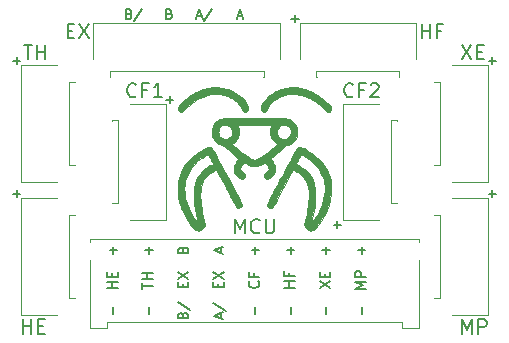
<source format=gbr>
%TF.GenerationSoftware,KiCad,Pcbnew,(5.1.10)-1*%
%TF.CreationDate,2021-09-03T22:45:51+03:00*%
%TF.ProjectId,toolhead_pcb,746f6f6c-6865-4616-945f-7063622e6b69,rev?*%
%TF.SameCoordinates,Original*%
%TF.FileFunction,Legend,Top*%
%TF.FilePolarity,Positive*%
%FSLAX46Y46*%
G04 Gerber Fmt 4.6, Leading zero omitted, Abs format (unit mm)*
G04 Created by KiCad (PCBNEW (5.1.10)-1) date 2021-09-03 22:45:51*
%MOMM*%
%LPD*%
G01*
G04 APERTURE LIST*
%ADD10C,0.153000*%
%ADD11C,0.180000*%
%ADD12C,0.200000*%
%ADD13C,0.010000*%
%ADD14C,0.120000*%
G04 APERTURE END LIST*
D10*
X112557142Y-113804761D02*
X112557142Y-113195238D01*
X112861904Y-113500000D02*
X112252380Y-113500000D01*
X115557142Y-113804761D02*
X115557142Y-113195238D01*
X115861904Y-113500000D02*
X115252380Y-113500000D01*
X124557142Y-113804761D02*
X124557142Y-113195238D01*
X124861904Y-113500000D02*
X124252380Y-113500000D01*
X127557142Y-113804761D02*
X127557142Y-113195238D01*
X127861904Y-113500000D02*
X127252380Y-113500000D01*
X130557142Y-113804761D02*
X130557142Y-113195238D01*
X130861904Y-113500000D02*
X130252380Y-113500000D01*
X133557142Y-118904761D02*
X133557142Y-118295238D01*
X130557142Y-118904761D02*
X130557142Y-118295238D01*
X127557142Y-118904761D02*
X127557142Y-118295238D01*
X124557142Y-118904761D02*
X124557142Y-118295238D01*
X115557142Y-118904761D02*
X115557142Y-118295238D01*
X123059523Y-93633333D02*
X123440476Y-93633333D01*
X122983333Y-93861904D02*
X123250000Y-93061904D01*
X123516666Y-93861904D01*
X117307142Y-93442857D02*
X117421428Y-93480952D01*
X117459523Y-93519047D01*
X117497619Y-93595238D01*
X117497619Y-93709523D01*
X117459523Y-93785714D01*
X117421428Y-93823809D01*
X117345238Y-93861904D01*
X117040476Y-93861904D01*
X117040476Y-93061904D01*
X117307142Y-93061904D01*
X117383333Y-93100000D01*
X117421428Y-93138095D01*
X117459523Y-93214285D01*
X117459523Y-93290476D01*
X117421428Y-93366666D01*
X117383333Y-93404761D01*
X117307142Y-93442857D01*
X117040476Y-93442857D01*
X119640476Y-93633333D02*
X120021428Y-93633333D01*
X119564285Y-93861904D02*
X119830952Y-93061904D01*
X120097619Y-93861904D01*
X120935714Y-93023809D02*
X120250000Y-94052380D01*
X113888095Y-93442857D02*
X114002380Y-93480952D01*
X114040476Y-93519047D01*
X114078571Y-93595238D01*
X114078571Y-93709523D01*
X114040476Y-93785714D01*
X114002380Y-93823809D01*
X113926190Y-93861904D01*
X113621428Y-93861904D01*
X113621428Y-93061904D01*
X113888095Y-93061904D01*
X113964285Y-93100000D01*
X114002380Y-93138095D01*
X114040476Y-93214285D01*
X114040476Y-93290476D01*
X114002380Y-93366666D01*
X113964285Y-93404761D01*
X113888095Y-93442857D01*
X113621428Y-93442857D01*
X114992857Y-93023809D02*
X114307142Y-94052380D01*
X117307142Y-101054761D02*
X117307142Y-100445238D01*
X117611904Y-100750000D02*
X117002380Y-100750000D01*
X131195238Y-111307142D02*
X131804761Y-111307142D01*
X131500000Y-111611904D02*
X131500000Y-111002380D01*
X144632142Y-109004761D02*
X144632142Y-108395238D01*
X144936904Y-108700000D02*
X144327380Y-108700000D01*
X144632142Y-97754761D02*
X144632142Y-97145238D01*
X144936904Y-97450000D02*
X144327380Y-97450000D01*
X127932142Y-94179761D02*
X127932142Y-93570238D01*
X128236904Y-93875000D02*
X127627380Y-93875000D01*
X104357142Y-97754761D02*
X104357142Y-97145238D01*
X104661904Y-97450000D02*
X104052380Y-97450000D01*
X104357142Y-109004761D02*
X104357142Y-108395238D01*
X104661904Y-108700000D02*
X104052380Y-108700000D01*
X118442857Y-113442857D02*
X118480952Y-113328571D01*
X118519047Y-113290476D01*
X118595238Y-113252380D01*
X118709523Y-113252380D01*
X118785714Y-113290476D01*
X118823809Y-113328571D01*
X118861904Y-113404761D01*
X118861904Y-113709523D01*
X118061904Y-113709523D01*
X118061904Y-113442857D01*
X118100000Y-113366666D01*
X118138095Y-113328571D01*
X118214285Y-113290476D01*
X118290476Y-113290476D01*
X118366666Y-113328571D01*
X118404761Y-113366666D01*
X118442857Y-113442857D01*
X118442857Y-113709523D01*
X133557142Y-113804761D02*
X133557142Y-113195238D01*
X133861904Y-113500000D02*
X133252380Y-113500000D01*
X121633333Y-113690476D02*
X121633333Y-113309523D01*
X121861904Y-113766666D02*
X121061904Y-113500000D01*
X121861904Y-113233333D01*
X121633333Y-119209523D02*
X121633333Y-118828571D01*
X121861904Y-119285714D02*
X121061904Y-119019047D01*
X121861904Y-118752380D01*
X121023809Y-117914285D02*
X122052380Y-118600000D01*
X118442857Y-118961904D02*
X118480952Y-118847619D01*
X118519047Y-118809523D01*
X118595238Y-118771428D01*
X118709523Y-118771428D01*
X118785714Y-118809523D01*
X118823809Y-118847619D01*
X118861904Y-118923809D01*
X118861904Y-119228571D01*
X118061904Y-119228571D01*
X118061904Y-118961904D01*
X118100000Y-118885714D01*
X118138095Y-118847619D01*
X118214285Y-118809523D01*
X118290476Y-118809523D01*
X118366666Y-118847619D01*
X118404761Y-118885714D01*
X118442857Y-118961904D01*
X118442857Y-119228571D01*
X118023809Y-117857142D02*
X119052380Y-118542857D01*
X112557142Y-118904761D02*
X112557142Y-118295238D01*
D11*
X112907142Y-116664285D02*
X112007142Y-116664285D01*
X112435714Y-116664285D02*
X112435714Y-116150000D01*
X112907142Y-116150000D02*
X112007142Y-116150000D01*
X112435714Y-115721428D02*
X112435714Y-115421428D01*
X112907142Y-115292857D02*
X112907142Y-115721428D01*
X112007142Y-115721428D01*
X112007142Y-115292857D01*
X133907142Y-116750000D02*
X133007142Y-116750000D01*
X133650000Y-116450000D01*
X133007142Y-116150000D01*
X133907142Y-116150000D01*
X133907142Y-115721428D02*
X133007142Y-115721428D01*
X133007142Y-115378571D01*
X133050000Y-115292857D01*
X133092857Y-115250000D01*
X133178571Y-115207142D01*
X133307142Y-115207142D01*
X133392857Y-115250000D01*
X133435714Y-115292857D01*
X133478571Y-115378571D01*
X133478571Y-115721428D01*
X130007142Y-116707142D02*
X130907142Y-116107142D01*
X130007142Y-116107142D02*
X130907142Y-116707142D01*
X130435714Y-115764285D02*
X130435714Y-115464285D01*
X130907142Y-115335714D02*
X130907142Y-115764285D01*
X130007142Y-115764285D01*
X130007142Y-115335714D01*
X127907142Y-116642857D02*
X127007142Y-116642857D01*
X127435714Y-116642857D02*
X127435714Y-116128571D01*
X127907142Y-116128571D02*
X127007142Y-116128571D01*
X127435714Y-115400000D02*
X127435714Y-115700000D01*
X127907142Y-115700000D02*
X127007142Y-115700000D01*
X127007142Y-115271428D01*
X124821428Y-116107142D02*
X124864285Y-116150000D01*
X124907142Y-116278571D01*
X124907142Y-116364285D01*
X124864285Y-116492857D01*
X124778571Y-116578571D01*
X124692857Y-116621428D01*
X124521428Y-116664285D01*
X124392857Y-116664285D01*
X124221428Y-116621428D01*
X124135714Y-116578571D01*
X124050000Y-116492857D01*
X124007142Y-116364285D01*
X124007142Y-116278571D01*
X124050000Y-116150000D01*
X124092857Y-116107142D01*
X124435714Y-115421428D02*
X124435714Y-115721428D01*
X124907142Y-115721428D02*
X124007142Y-115721428D01*
X124007142Y-115292857D01*
X121435714Y-116621428D02*
X121435714Y-116321428D01*
X121907142Y-116192857D02*
X121907142Y-116621428D01*
X121007142Y-116621428D01*
X121007142Y-116192857D01*
X121007142Y-115892857D02*
X121907142Y-115292857D01*
X121007142Y-115292857D02*
X121907142Y-115892857D01*
X118435714Y-116621428D02*
X118435714Y-116321428D01*
X118907142Y-116192857D02*
X118907142Y-116621428D01*
X118007142Y-116621428D01*
X118007142Y-116192857D01*
X118007142Y-115892857D02*
X118907142Y-115292857D01*
X118007142Y-115292857D02*
X118907142Y-115892857D01*
X115007142Y-116728571D02*
X115007142Y-116214285D01*
X115907142Y-116471428D02*
X115007142Y-116471428D01*
X115907142Y-115914285D02*
X115007142Y-115914285D01*
X115435714Y-115914285D02*
X115435714Y-115400000D01*
X115907142Y-115400000D02*
X115007142Y-115400000D01*
D12*
X132851428Y-100428571D02*
X132794285Y-100485714D01*
X132622857Y-100542857D01*
X132508571Y-100542857D01*
X132337142Y-100485714D01*
X132222857Y-100371428D01*
X132165714Y-100257142D01*
X132108571Y-100028571D01*
X132108571Y-99857142D01*
X132165714Y-99628571D01*
X132222857Y-99514285D01*
X132337142Y-99400000D01*
X132508571Y-99342857D01*
X132622857Y-99342857D01*
X132794285Y-99400000D01*
X132851428Y-99457142D01*
X133765714Y-99914285D02*
X133365714Y-99914285D01*
X133365714Y-100542857D02*
X133365714Y-99342857D01*
X133937142Y-99342857D01*
X134337142Y-99457142D02*
X134394285Y-99400000D01*
X134508571Y-99342857D01*
X134794285Y-99342857D01*
X134908571Y-99400000D01*
X134965714Y-99457142D01*
X135022857Y-99571428D01*
X135022857Y-99685714D01*
X134965714Y-99857142D01*
X134280000Y-100542857D01*
X135022857Y-100542857D01*
X114470000Y-100428571D02*
X114412857Y-100485714D01*
X114241428Y-100542857D01*
X114127142Y-100542857D01*
X113955714Y-100485714D01*
X113841428Y-100371428D01*
X113784285Y-100257142D01*
X113727142Y-100028571D01*
X113727142Y-99857142D01*
X113784285Y-99628571D01*
X113841428Y-99514285D01*
X113955714Y-99400000D01*
X114127142Y-99342857D01*
X114241428Y-99342857D01*
X114412857Y-99400000D01*
X114470000Y-99457142D01*
X115384285Y-99914285D02*
X114984285Y-99914285D01*
X114984285Y-100542857D02*
X114984285Y-99342857D01*
X115555714Y-99342857D01*
X116641428Y-100542857D02*
X115955714Y-100542857D01*
X116298571Y-100542857D02*
X116298571Y-99342857D01*
X116184285Y-99514285D01*
X116070000Y-99628571D01*
X115955714Y-99685714D01*
X142084285Y-120542857D02*
X142084285Y-119342857D01*
X142484285Y-120200000D01*
X142884285Y-119342857D01*
X142884285Y-120542857D01*
X143455714Y-120542857D02*
X143455714Y-119342857D01*
X143912857Y-119342857D01*
X144027142Y-119400000D01*
X144084285Y-119457142D01*
X144141428Y-119571428D01*
X144141428Y-119742857D01*
X144084285Y-119857142D01*
X144027142Y-119914285D01*
X143912857Y-119971428D01*
X143455714Y-119971428D01*
X142062857Y-96092857D02*
X142862857Y-97292857D01*
X142862857Y-96092857D02*
X142062857Y-97292857D01*
X143320000Y-96664285D02*
X143720000Y-96664285D01*
X143891428Y-97292857D02*
X143320000Y-97292857D01*
X143320000Y-96092857D01*
X143891428Y-96092857D01*
X138665714Y-95542857D02*
X138665714Y-94342857D01*
X138665714Y-94914285D02*
X139351428Y-94914285D01*
X139351428Y-95542857D02*
X139351428Y-94342857D01*
X140322857Y-94914285D02*
X139922857Y-94914285D01*
X139922857Y-95542857D02*
X139922857Y-94342857D01*
X140494285Y-94342857D01*
X108677142Y-94914285D02*
X109077142Y-94914285D01*
X109248571Y-95542857D02*
X108677142Y-95542857D01*
X108677142Y-94342857D01*
X109248571Y-94342857D01*
X109648571Y-94342857D02*
X110448571Y-95542857D01*
X110448571Y-94342857D02*
X109648571Y-95542857D01*
X104915714Y-120542857D02*
X104915714Y-119342857D01*
X104915714Y-119914285D02*
X105601428Y-119914285D01*
X105601428Y-120542857D02*
X105601428Y-119342857D01*
X106172857Y-119914285D02*
X106572857Y-119914285D01*
X106744285Y-120542857D02*
X106172857Y-120542857D01*
X106172857Y-119342857D01*
X106744285Y-119342857D01*
X104994285Y-96092857D02*
X105680000Y-96092857D01*
X105337142Y-97292857D02*
X105337142Y-96092857D01*
X106080000Y-97292857D02*
X106080000Y-96092857D01*
X106080000Y-96664285D02*
X106765714Y-96664285D01*
X106765714Y-97292857D02*
X106765714Y-96092857D01*
X122871428Y-112042857D02*
X122871428Y-110842857D01*
X123271428Y-111700000D01*
X123671428Y-110842857D01*
X123671428Y-112042857D01*
X124928571Y-111928571D02*
X124871428Y-111985714D01*
X124700000Y-112042857D01*
X124585714Y-112042857D01*
X124414285Y-111985714D01*
X124300000Y-111871428D01*
X124242857Y-111757142D01*
X124185714Y-111528571D01*
X124185714Y-111357142D01*
X124242857Y-111128571D01*
X124300000Y-111014285D01*
X124414285Y-110900000D01*
X124585714Y-110842857D01*
X124700000Y-110842857D01*
X124871428Y-110900000D01*
X124928571Y-110957142D01*
X125442857Y-110842857D02*
X125442857Y-111814285D01*
X125500000Y-111928571D01*
X125557142Y-111985714D01*
X125671428Y-112042857D01*
X125900000Y-112042857D01*
X126014285Y-111985714D01*
X126071428Y-111928571D01*
X126128571Y-111814285D01*
X126128571Y-110842857D01*
D13*
%TO.C,G\u002A\u002A\u002A*%
G36*
X120820838Y-104760460D02*
G01*
X120851775Y-104777098D01*
X120869732Y-104794578D01*
X120896792Y-104831162D01*
X120934222Y-104889140D01*
X120983288Y-104970803D01*
X121045256Y-105078439D01*
X121121393Y-105214337D01*
X121212964Y-105380788D01*
X121321237Y-105580081D01*
X121447476Y-105814504D01*
X121592948Y-106086349D01*
X121758920Y-106397903D01*
X121946657Y-106751457D01*
X122014961Y-106880300D01*
X122229757Y-107285527D01*
X122422069Y-107648244D01*
X122593104Y-107970877D01*
X122744070Y-108255852D01*
X122876173Y-108505595D01*
X122990623Y-108722533D01*
X123088626Y-108909091D01*
X123171391Y-109067696D01*
X123240124Y-109200775D01*
X123296033Y-109310754D01*
X123340326Y-109400058D01*
X123374211Y-109471115D01*
X123398895Y-109526350D01*
X123415585Y-109568190D01*
X123425490Y-109599060D01*
X123429817Y-109621389D01*
X123429773Y-109637601D01*
X123426567Y-109650122D01*
X123421405Y-109661380D01*
X123415495Y-109673800D01*
X123411216Y-109685612D01*
X123356830Y-109794309D01*
X123271675Y-109862764D01*
X123157328Y-109889789D01*
X123139271Y-109890200D01*
X123053655Y-109880995D01*
X122990448Y-109846487D01*
X122962739Y-109820350D01*
X122939589Y-109786333D01*
X122895001Y-109711226D01*
X122831114Y-109598935D01*
X122750067Y-109453366D01*
X122654000Y-109278427D01*
X122545053Y-109078023D01*
X122425365Y-108856061D01*
X122297076Y-108616447D01*
X122162325Y-108363088D01*
X122097284Y-108240211D01*
X121961362Y-107983360D01*
X121831996Y-107739531D01*
X121711198Y-107512477D01*
X121600981Y-107305951D01*
X121503356Y-107123705D01*
X121420335Y-106969491D01*
X121353932Y-106847061D01*
X121306159Y-106760169D01*
X121279028Y-106712567D01*
X121273799Y-106704639D01*
X121235503Y-106700569D01*
X121161934Y-106724351D01*
X121058470Y-106773374D01*
X120930492Y-106845026D01*
X120783378Y-106936697D01*
X120748610Y-106959537D01*
X120520570Y-107135821D01*
X120331391Y-107338067D01*
X120178542Y-107570197D01*
X120059491Y-107836134D01*
X119971708Y-108139800D01*
X119963886Y-108175514D01*
X119928552Y-108407651D01*
X119911405Y-108678901D01*
X119911789Y-108981201D01*
X119929047Y-109306489D01*
X119962520Y-109646702D01*
X120011551Y-109993778D01*
X120075483Y-110339655D01*
X120153658Y-110676269D01*
X120174142Y-110753590D01*
X120224731Y-110949740D01*
X120258284Y-111106393D01*
X120275601Y-111231623D01*
X120277480Y-111333499D01*
X120264719Y-111420094D01*
X120245997Y-111479931D01*
X120171989Y-111606227D01*
X120060765Y-111709478D01*
X119923361Y-111782531D01*
X119770812Y-111818232D01*
X119720490Y-111820600D01*
X119647528Y-111809033D01*
X119556545Y-111779452D01*
X119503802Y-111756131D01*
X119397497Y-111684237D01*
X119277761Y-111570528D01*
X119148402Y-111420976D01*
X119013227Y-111241552D01*
X118876043Y-111038227D01*
X118740656Y-110816974D01*
X118610873Y-110583762D01*
X118490502Y-110344565D01*
X118383348Y-110105353D01*
X118293219Y-109872097D01*
X118281883Y-109839400D01*
X118140081Y-109361865D01*
X118046292Y-108900506D01*
X118000526Y-108454875D01*
X118001745Y-108223477D01*
X118556865Y-108223477D01*
X118581425Y-108644512D01*
X118651869Y-109073450D01*
X118765595Y-109503038D01*
X118920002Y-109926021D01*
X119112486Y-110335146D01*
X119340447Y-110723158D01*
X119567105Y-111039822D01*
X119623642Y-111109357D01*
X119667302Y-111158354D01*
X119689754Y-111177551D01*
X119690764Y-111177301D01*
X119688226Y-111150758D01*
X119674752Y-111085094D01*
X119652551Y-110990258D01*
X119624449Y-110878579D01*
X119518282Y-110427888D01*
X119440160Y-109996997D01*
X119387102Y-109565479D01*
X119356125Y-109112910D01*
X119352167Y-109013900D01*
X119354414Y-108586374D01*
X119393224Y-108193519D01*
X119469271Y-107834059D01*
X119583225Y-107506716D01*
X119735756Y-107210212D01*
X119927536Y-106943271D01*
X120159237Y-106704615D01*
X120431529Y-106492967D01*
X120745083Y-106307050D01*
X120785250Y-106286541D01*
X120876742Y-106239007D01*
X120947984Y-106199033D01*
X120988879Y-106172436D01*
X120994800Y-106165830D01*
X120983555Y-106141057D01*
X120952962Y-106080454D01*
X120907731Y-105992933D01*
X120852572Y-105887407D01*
X120792196Y-105772787D01*
X120731312Y-105657986D01*
X120674632Y-105551914D01*
X120626865Y-105463484D01*
X120592722Y-105401609D01*
X120576922Y-105375209D01*
X120551238Y-105381562D01*
X120491102Y-105410049D01*
X120405108Y-105455828D01*
X120301852Y-105514059D01*
X120189925Y-105579899D01*
X120077924Y-105648508D01*
X119978800Y-105712159D01*
X119653522Y-105954493D01*
X119367124Y-106224601D01*
X119121250Y-106519581D01*
X118917543Y-106836529D01*
X118757647Y-107172543D01*
X118643205Y-107524721D01*
X118575860Y-107890160D01*
X118556865Y-108223477D01*
X118001745Y-108223477D01*
X118002794Y-108024525D01*
X118053107Y-107609008D01*
X118151473Y-107207876D01*
X118297904Y-106820682D01*
X118353508Y-106702500D01*
X118555411Y-106349791D01*
X118802473Y-106017362D01*
X119092388Y-105707396D01*
X119422847Y-105422077D01*
X119791543Y-105163588D01*
X120196167Y-104934115D01*
X120251401Y-104906472D01*
X120422122Y-104826410D01*
X120557569Y-104773255D01*
X120664600Y-104745530D01*
X120750070Y-104741758D01*
X120820838Y-104760460D01*
G37*
X120820838Y-104760460D02*
X120851775Y-104777098D01*
X120869732Y-104794578D01*
X120896792Y-104831162D01*
X120934222Y-104889140D01*
X120983288Y-104970803D01*
X121045256Y-105078439D01*
X121121393Y-105214337D01*
X121212964Y-105380788D01*
X121321237Y-105580081D01*
X121447476Y-105814504D01*
X121592948Y-106086349D01*
X121758920Y-106397903D01*
X121946657Y-106751457D01*
X122014961Y-106880300D01*
X122229757Y-107285527D01*
X122422069Y-107648244D01*
X122593104Y-107970877D01*
X122744070Y-108255852D01*
X122876173Y-108505595D01*
X122990623Y-108722533D01*
X123088626Y-108909091D01*
X123171391Y-109067696D01*
X123240124Y-109200775D01*
X123296033Y-109310754D01*
X123340326Y-109400058D01*
X123374211Y-109471115D01*
X123398895Y-109526350D01*
X123415585Y-109568190D01*
X123425490Y-109599060D01*
X123429817Y-109621389D01*
X123429773Y-109637601D01*
X123426567Y-109650122D01*
X123421405Y-109661380D01*
X123415495Y-109673800D01*
X123411216Y-109685612D01*
X123356830Y-109794309D01*
X123271675Y-109862764D01*
X123157328Y-109889789D01*
X123139271Y-109890200D01*
X123053655Y-109880995D01*
X122990448Y-109846487D01*
X122962739Y-109820350D01*
X122939589Y-109786333D01*
X122895001Y-109711226D01*
X122831114Y-109598935D01*
X122750067Y-109453366D01*
X122654000Y-109278427D01*
X122545053Y-109078023D01*
X122425365Y-108856061D01*
X122297076Y-108616447D01*
X122162325Y-108363088D01*
X122097284Y-108240211D01*
X121961362Y-107983360D01*
X121831996Y-107739531D01*
X121711198Y-107512477D01*
X121600981Y-107305951D01*
X121503356Y-107123705D01*
X121420335Y-106969491D01*
X121353932Y-106847061D01*
X121306159Y-106760169D01*
X121279028Y-106712567D01*
X121273799Y-106704639D01*
X121235503Y-106700569D01*
X121161934Y-106724351D01*
X121058470Y-106773374D01*
X120930492Y-106845026D01*
X120783378Y-106936697D01*
X120748610Y-106959537D01*
X120520570Y-107135821D01*
X120331391Y-107338067D01*
X120178542Y-107570197D01*
X120059491Y-107836134D01*
X119971708Y-108139800D01*
X119963886Y-108175514D01*
X119928552Y-108407651D01*
X119911405Y-108678901D01*
X119911789Y-108981201D01*
X119929047Y-109306489D01*
X119962520Y-109646702D01*
X120011551Y-109993778D01*
X120075483Y-110339655D01*
X120153658Y-110676269D01*
X120174142Y-110753590D01*
X120224731Y-110949740D01*
X120258284Y-111106393D01*
X120275601Y-111231623D01*
X120277480Y-111333499D01*
X120264719Y-111420094D01*
X120245997Y-111479931D01*
X120171989Y-111606227D01*
X120060765Y-111709478D01*
X119923361Y-111782531D01*
X119770812Y-111818232D01*
X119720490Y-111820600D01*
X119647528Y-111809033D01*
X119556545Y-111779452D01*
X119503802Y-111756131D01*
X119397497Y-111684237D01*
X119277761Y-111570528D01*
X119148402Y-111420976D01*
X119013227Y-111241552D01*
X118876043Y-111038227D01*
X118740656Y-110816974D01*
X118610873Y-110583762D01*
X118490502Y-110344565D01*
X118383348Y-110105353D01*
X118293219Y-109872097D01*
X118281883Y-109839400D01*
X118140081Y-109361865D01*
X118046292Y-108900506D01*
X118000526Y-108454875D01*
X118001745Y-108223477D01*
X118556865Y-108223477D01*
X118581425Y-108644512D01*
X118651869Y-109073450D01*
X118765595Y-109503038D01*
X118920002Y-109926021D01*
X119112486Y-110335146D01*
X119340447Y-110723158D01*
X119567105Y-111039822D01*
X119623642Y-111109357D01*
X119667302Y-111158354D01*
X119689754Y-111177551D01*
X119690764Y-111177301D01*
X119688226Y-111150758D01*
X119674752Y-111085094D01*
X119652551Y-110990258D01*
X119624449Y-110878579D01*
X119518282Y-110427888D01*
X119440160Y-109996997D01*
X119387102Y-109565479D01*
X119356125Y-109112910D01*
X119352167Y-109013900D01*
X119354414Y-108586374D01*
X119393224Y-108193519D01*
X119469271Y-107834059D01*
X119583225Y-107506716D01*
X119735756Y-107210212D01*
X119927536Y-106943271D01*
X120159237Y-106704615D01*
X120431529Y-106492967D01*
X120745083Y-106307050D01*
X120785250Y-106286541D01*
X120876742Y-106239007D01*
X120947984Y-106199033D01*
X120988879Y-106172436D01*
X120994800Y-106165830D01*
X120983555Y-106141057D01*
X120952962Y-106080454D01*
X120907731Y-105992933D01*
X120852572Y-105887407D01*
X120792196Y-105772787D01*
X120731312Y-105657986D01*
X120674632Y-105551914D01*
X120626865Y-105463484D01*
X120592722Y-105401609D01*
X120576922Y-105375209D01*
X120551238Y-105381562D01*
X120491102Y-105410049D01*
X120405108Y-105455828D01*
X120301852Y-105514059D01*
X120189925Y-105579899D01*
X120077924Y-105648508D01*
X119978800Y-105712159D01*
X119653522Y-105954493D01*
X119367124Y-106224601D01*
X119121250Y-106519581D01*
X118917543Y-106836529D01*
X118757647Y-107172543D01*
X118643205Y-107524721D01*
X118575860Y-107890160D01*
X118556865Y-108223477D01*
X118001745Y-108223477D01*
X118002794Y-108024525D01*
X118053107Y-107609008D01*
X118151473Y-107207876D01*
X118297904Y-106820682D01*
X118353508Y-106702500D01*
X118555411Y-106349791D01*
X118802473Y-106017362D01*
X119092388Y-105707396D01*
X119422847Y-105422077D01*
X119791543Y-105163588D01*
X120196167Y-104934115D01*
X120251401Y-104906472D01*
X120422122Y-104826410D01*
X120557569Y-104773255D01*
X120664600Y-104745530D01*
X120750070Y-104741758D01*
X120820838Y-104760460D01*
G36*
X128283220Y-104737056D02*
G01*
X128313868Y-104740503D01*
X128329498Y-104742238D01*
X128409970Y-104761611D01*
X128524285Y-104804520D01*
X128663798Y-104866653D01*
X128819864Y-104943700D01*
X128983836Y-105031349D01*
X129147071Y-105125290D01*
X129300922Y-105221212D01*
X129334359Y-105243294D01*
X129530597Y-105386621D01*
X129737345Y-105558957D01*
X129941633Y-105748115D01*
X130130495Y-105941911D01*
X130290962Y-106128160D01*
X130330577Y-106179344D01*
X130551110Y-106514723D01*
X130729671Y-106876098D01*
X130864701Y-107258684D01*
X130954640Y-107657698D01*
X130997930Y-108068354D01*
X131001832Y-108239200D01*
X130976595Y-108704229D01*
X130903261Y-109172425D01*
X130783808Y-109638409D01*
X130620214Y-110096806D01*
X130414459Y-110542238D01*
X130168522Y-110969329D01*
X129884380Y-111372703D01*
X129817617Y-111456891D01*
X129673094Y-111617451D01*
X129536314Y-111730505D01*
X129403084Y-111797923D01*
X129269207Y-111821576D01*
X129130490Y-111803334D01*
X129078067Y-111786694D01*
X128942050Y-111712156D01*
X128828121Y-111600439D01*
X128767159Y-111503016D01*
X128737290Y-111423221D01*
X128722974Y-111333470D01*
X128724821Y-111226174D01*
X128743444Y-111093748D01*
X128779451Y-110928605D01*
X128828501Y-110741100D01*
X128903268Y-110435907D01*
X128968923Y-110101977D01*
X129023297Y-109754805D01*
X129064219Y-109409886D01*
X129089519Y-109082715D01*
X129097137Y-108822733D01*
X129078503Y-108449971D01*
X129021754Y-108109826D01*
X128927031Y-107802637D01*
X128794475Y-107528746D01*
X128624227Y-107288492D01*
X128416430Y-107082217D01*
X128354585Y-107032911D01*
X128255133Y-106962351D01*
X128144133Y-106891848D01*
X128030487Y-106826068D01*
X127923101Y-106769675D01*
X127830878Y-106727335D01*
X127762722Y-106703716D01*
X127727537Y-106703481D01*
X127726945Y-106704021D01*
X127711313Y-106730007D01*
X127673995Y-106797183D01*
X127616999Y-106901804D01*
X127542334Y-107040126D01*
X127452007Y-107208402D01*
X127348027Y-107402887D01*
X127232401Y-107619836D01*
X127107138Y-107855504D01*
X126974246Y-108106146D01*
X126903828Y-108239200D01*
X126766636Y-108497740D01*
X126634904Y-108744376D01*
X126510773Y-108975204D01*
X126396382Y-109186320D01*
X126293870Y-109373819D01*
X126205377Y-109533799D01*
X126133043Y-109662354D01*
X126079008Y-109755582D01*
X126045410Y-109809577D01*
X126037234Y-109820350D01*
X125975628Y-109869405D01*
X125903220Y-109888571D01*
X125860728Y-109890200D01*
X125742234Y-109868860D01*
X125652683Y-109806000D01*
X125594413Y-109703360D01*
X125589721Y-109688744D01*
X125575252Y-109625014D01*
X125578954Y-109569810D01*
X125603852Y-109501347D01*
X125620860Y-109464448D01*
X125641065Y-109424414D01*
X125683371Y-109342727D01*
X125746077Y-109222614D01*
X125827485Y-109067302D01*
X125925894Y-108880018D01*
X126039606Y-108663989D01*
X126166922Y-108422442D01*
X126306141Y-108158604D01*
X126455565Y-107875703D01*
X126613494Y-107576964D01*
X126778229Y-107265616D01*
X126874900Y-107083029D01*
X127074439Y-106706169D01*
X127251637Y-106371645D01*
X127360437Y-106166656D01*
X128005200Y-106166656D01*
X128026299Y-106182844D01*
X128083280Y-106216491D01*
X128166665Y-106262186D01*
X128237981Y-106299635D01*
X128559762Y-106490146D01*
X128838612Y-106707497D01*
X129075320Y-106952656D01*
X129270675Y-107226595D01*
X129425466Y-107530286D01*
X129540483Y-107864698D01*
X129554771Y-107919225D01*
X129611297Y-108213064D01*
X129643825Y-108544714D01*
X129652720Y-108907405D01*
X129638346Y-109294370D01*
X129601067Y-109698843D01*
X129541248Y-110114054D01*
X129459254Y-110533237D01*
X129400745Y-110779200D01*
X129361027Y-110934909D01*
X129332820Y-111046716D01*
X129315703Y-111120098D01*
X129309258Y-111160533D01*
X129313065Y-111173496D01*
X129326705Y-111164465D01*
X129349759Y-111138918D01*
X129375472Y-111109400D01*
X129420109Y-111054041D01*
X129484308Y-110967741D01*
X129559721Y-110862000D01*
X129637996Y-110748320D01*
X129643260Y-110740521D01*
X129857133Y-110388761D01*
X130040823Y-110015801D01*
X130192436Y-109628797D01*
X130310080Y-109234906D01*
X130391862Y-108841282D01*
X130435887Y-108455082D01*
X130440263Y-108083462D01*
X130416360Y-107818432D01*
X130347437Y-107487167D01*
X130234984Y-107155029D01*
X130084273Y-106835247D01*
X129915988Y-106562800D01*
X129820183Y-106439928D01*
X129694585Y-106298816D01*
X129550684Y-106150826D01*
X129399968Y-106007321D01*
X129253927Y-105879665D01*
X129124051Y-105779219D01*
X129122800Y-105778339D01*
X129035342Y-105719385D01*
X128931064Y-105652882D01*
X128818434Y-105583767D01*
X128705922Y-105516979D01*
X128601995Y-105457456D01*
X128515123Y-105410136D01*
X128453775Y-105379956D01*
X128426418Y-105371855D01*
X128426103Y-105372108D01*
X128410506Y-105398037D01*
X128376471Y-105459548D01*
X128328706Y-105547755D01*
X128271917Y-105653775D01*
X128210810Y-105768725D01*
X128150090Y-105883720D01*
X128094465Y-105989876D01*
X128048641Y-106078309D01*
X128017323Y-106140136D01*
X128005218Y-106166472D01*
X128005200Y-106166656D01*
X127360437Y-106166656D01*
X127408045Y-106076960D01*
X127545213Y-105819620D01*
X127664693Y-105597129D01*
X127768035Y-105406991D01*
X127856790Y-105246711D01*
X127932509Y-105113793D01*
X127996742Y-105005741D01*
X128051040Y-104920061D01*
X128096954Y-104854255D01*
X128136035Y-104805830D01*
X128169834Y-104772289D01*
X128199901Y-104751137D01*
X128227787Y-104739877D01*
X128255043Y-104736016D01*
X128283220Y-104737056D01*
G37*
X128283220Y-104737056D02*
X128313868Y-104740503D01*
X128329498Y-104742238D01*
X128409970Y-104761611D01*
X128524285Y-104804520D01*
X128663798Y-104866653D01*
X128819864Y-104943700D01*
X128983836Y-105031349D01*
X129147071Y-105125290D01*
X129300922Y-105221212D01*
X129334359Y-105243294D01*
X129530597Y-105386621D01*
X129737345Y-105558957D01*
X129941633Y-105748115D01*
X130130495Y-105941911D01*
X130290962Y-106128160D01*
X130330577Y-106179344D01*
X130551110Y-106514723D01*
X130729671Y-106876098D01*
X130864701Y-107258684D01*
X130954640Y-107657698D01*
X130997930Y-108068354D01*
X131001832Y-108239200D01*
X130976595Y-108704229D01*
X130903261Y-109172425D01*
X130783808Y-109638409D01*
X130620214Y-110096806D01*
X130414459Y-110542238D01*
X130168522Y-110969329D01*
X129884380Y-111372703D01*
X129817617Y-111456891D01*
X129673094Y-111617451D01*
X129536314Y-111730505D01*
X129403084Y-111797923D01*
X129269207Y-111821576D01*
X129130490Y-111803334D01*
X129078067Y-111786694D01*
X128942050Y-111712156D01*
X128828121Y-111600439D01*
X128767159Y-111503016D01*
X128737290Y-111423221D01*
X128722974Y-111333470D01*
X128724821Y-111226174D01*
X128743444Y-111093748D01*
X128779451Y-110928605D01*
X128828501Y-110741100D01*
X128903268Y-110435907D01*
X128968923Y-110101977D01*
X129023297Y-109754805D01*
X129064219Y-109409886D01*
X129089519Y-109082715D01*
X129097137Y-108822733D01*
X129078503Y-108449971D01*
X129021754Y-108109826D01*
X128927031Y-107802637D01*
X128794475Y-107528746D01*
X128624227Y-107288492D01*
X128416430Y-107082217D01*
X128354585Y-107032911D01*
X128255133Y-106962351D01*
X128144133Y-106891848D01*
X128030487Y-106826068D01*
X127923101Y-106769675D01*
X127830878Y-106727335D01*
X127762722Y-106703716D01*
X127727537Y-106703481D01*
X127726945Y-106704021D01*
X127711313Y-106730007D01*
X127673995Y-106797183D01*
X127616999Y-106901804D01*
X127542334Y-107040126D01*
X127452007Y-107208402D01*
X127348027Y-107402887D01*
X127232401Y-107619836D01*
X127107138Y-107855504D01*
X126974246Y-108106146D01*
X126903828Y-108239200D01*
X126766636Y-108497740D01*
X126634904Y-108744376D01*
X126510773Y-108975204D01*
X126396382Y-109186320D01*
X126293870Y-109373819D01*
X126205377Y-109533799D01*
X126133043Y-109662354D01*
X126079008Y-109755582D01*
X126045410Y-109809577D01*
X126037234Y-109820350D01*
X125975628Y-109869405D01*
X125903220Y-109888571D01*
X125860728Y-109890200D01*
X125742234Y-109868860D01*
X125652683Y-109806000D01*
X125594413Y-109703360D01*
X125589721Y-109688744D01*
X125575252Y-109625014D01*
X125578954Y-109569810D01*
X125603852Y-109501347D01*
X125620860Y-109464448D01*
X125641065Y-109424414D01*
X125683371Y-109342727D01*
X125746077Y-109222614D01*
X125827485Y-109067302D01*
X125925894Y-108880018D01*
X126039606Y-108663989D01*
X126166922Y-108422442D01*
X126306141Y-108158604D01*
X126455565Y-107875703D01*
X126613494Y-107576964D01*
X126778229Y-107265616D01*
X126874900Y-107083029D01*
X127074439Y-106706169D01*
X127251637Y-106371645D01*
X127360437Y-106166656D01*
X128005200Y-106166656D01*
X128026299Y-106182844D01*
X128083280Y-106216491D01*
X128166665Y-106262186D01*
X128237981Y-106299635D01*
X128559762Y-106490146D01*
X128838612Y-106707497D01*
X129075320Y-106952656D01*
X129270675Y-107226595D01*
X129425466Y-107530286D01*
X129540483Y-107864698D01*
X129554771Y-107919225D01*
X129611297Y-108213064D01*
X129643825Y-108544714D01*
X129652720Y-108907405D01*
X129638346Y-109294370D01*
X129601067Y-109698843D01*
X129541248Y-110114054D01*
X129459254Y-110533237D01*
X129400745Y-110779200D01*
X129361027Y-110934909D01*
X129332820Y-111046716D01*
X129315703Y-111120098D01*
X129309258Y-111160533D01*
X129313065Y-111173496D01*
X129326705Y-111164465D01*
X129349759Y-111138918D01*
X129375472Y-111109400D01*
X129420109Y-111054041D01*
X129484308Y-110967741D01*
X129559721Y-110862000D01*
X129637996Y-110748320D01*
X129643260Y-110740521D01*
X129857133Y-110388761D01*
X130040823Y-110015801D01*
X130192436Y-109628797D01*
X130310080Y-109234906D01*
X130391862Y-108841282D01*
X130435887Y-108455082D01*
X130440263Y-108083462D01*
X130416360Y-107818432D01*
X130347437Y-107487167D01*
X130234984Y-107155029D01*
X130084273Y-106835247D01*
X129915988Y-106562800D01*
X129820183Y-106439928D01*
X129694585Y-106298816D01*
X129550684Y-106150826D01*
X129399968Y-106007321D01*
X129253927Y-105879665D01*
X129124051Y-105779219D01*
X129122800Y-105778339D01*
X129035342Y-105719385D01*
X128931064Y-105652882D01*
X128818434Y-105583767D01*
X128705922Y-105516979D01*
X128601995Y-105457456D01*
X128515123Y-105410136D01*
X128453775Y-105379956D01*
X128426418Y-105371855D01*
X128426103Y-105372108D01*
X128410506Y-105398037D01*
X128376471Y-105459548D01*
X128328706Y-105547755D01*
X128271917Y-105653775D01*
X128210810Y-105768725D01*
X128150090Y-105883720D01*
X128094465Y-105989876D01*
X128048641Y-106078309D01*
X128017323Y-106140136D01*
X128005218Y-106166472D01*
X128005200Y-106166656D01*
X127360437Y-106166656D01*
X127408045Y-106076960D01*
X127545213Y-105819620D01*
X127664693Y-105597129D01*
X127768035Y-105406991D01*
X127856790Y-105246711D01*
X127932509Y-105113793D01*
X127996742Y-105005741D01*
X128051040Y-104920061D01*
X128096954Y-104854255D01*
X128136035Y-104805830D01*
X128169834Y-104772289D01*
X128199901Y-104751137D01*
X128227787Y-104739877D01*
X128255043Y-104736016D01*
X128283220Y-104737056D01*
G36*
X125325364Y-102295661D02*
G01*
X125669421Y-102295956D01*
X125971767Y-102296620D01*
X126235431Y-102297797D01*
X126463444Y-102299633D01*
X126658834Y-102302273D01*
X126824632Y-102305861D01*
X126963868Y-102310542D01*
X127079570Y-102316461D01*
X127174769Y-102323763D01*
X127252494Y-102332592D01*
X127315775Y-102343094D01*
X127367641Y-102355414D01*
X127411122Y-102369695D01*
X127449249Y-102386084D01*
X127485049Y-102404724D01*
X127521554Y-102425762D01*
X127548000Y-102441319D01*
X127743013Y-102582554D01*
X127900657Y-102752517D01*
X128019713Y-102944993D01*
X128098961Y-103153768D01*
X128137184Y-103372627D01*
X128133163Y-103595354D01*
X128085679Y-103815737D01*
X127993513Y-104027559D01*
X127889569Y-104183161D01*
X127778064Y-104301642D01*
X127642521Y-104409880D01*
X127495000Y-104500871D01*
X127347564Y-104567610D01*
X127212275Y-104603094D01*
X127159682Y-104607000D01*
X127121153Y-104623793D01*
X127057396Y-104668953D01*
X126978824Y-104734648D01*
X126929342Y-104780241D01*
X126788610Y-104912067D01*
X126631156Y-105055264D01*
X126465353Y-105202580D01*
X126299573Y-105346765D01*
X126142191Y-105480566D01*
X126001580Y-105596733D01*
X125886111Y-105688013D01*
X125849306Y-105715591D01*
X125860073Y-105736331D01*
X125897445Y-105784228D01*
X125953505Y-105849176D01*
X125957190Y-105853283D01*
X126028352Y-105943832D01*
X126103313Y-106057139D01*
X126166184Y-106169132D01*
X126167734Y-106172254D01*
X126216312Y-106276530D01*
X126244391Y-106358359D01*
X126257273Y-106439054D01*
X126260258Y-106539929D01*
X126260248Y-106544230D01*
X126252712Y-106671457D01*
X126233214Y-106787369D01*
X126217486Y-106840636D01*
X126158161Y-106961272D01*
X126073266Y-107084320D01*
X125971316Y-107201642D01*
X125860824Y-107305103D01*
X125750305Y-107386567D01*
X125648275Y-107437897D01*
X125577900Y-107451800D01*
X125457391Y-107430489D01*
X125364474Y-107370745D01*
X125305697Y-107278849D01*
X125287400Y-107173161D01*
X125294284Y-107099992D01*
X125320412Y-107039179D01*
X125373995Y-106978289D01*
X125463245Y-106904889D01*
X125465967Y-106902814D01*
X125591682Y-106791374D01*
X125668295Y-106683315D01*
X125696882Y-106574074D01*
X125678515Y-106459094D01*
X125614270Y-106333813D01*
X125603707Y-106318129D01*
X125541080Y-106235957D01*
X125475849Y-106163961D01*
X125432319Y-106125673D01*
X125356103Y-106071402D01*
X125158492Y-106178135D01*
X124935221Y-106286726D01*
X124734093Y-106355831D01*
X124545308Y-106385466D01*
X124359064Y-106375644D01*
X124165562Y-106326380D01*
X123954999Y-106237688D01*
X123843035Y-106180061D01*
X123747362Y-106130075D01*
X123683778Y-106102614D01*
X123640636Y-106094360D01*
X123606290Y-106101994D01*
X123592512Y-106108697D01*
X123524738Y-106161273D01*
X123449371Y-106244194D01*
X123379047Y-106341209D01*
X123326401Y-106436063D01*
X123314138Y-106466760D01*
X123294805Y-106534146D01*
X123295538Y-106586695D01*
X123318512Y-106649392D01*
X123332621Y-106679209D01*
X123399690Y-106777971D01*
X123496772Y-106870688D01*
X123511444Y-106881800D01*
X123612776Y-106963248D01*
X123675214Y-107033486D01*
X123705966Y-107102638D01*
X123712600Y-107164156D01*
X123691697Y-107286480D01*
X123631763Y-107377927D01*
X123536960Y-107434360D01*
X123423226Y-107451800D01*
X123358965Y-107441621D01*
X123285385Y-107407182D01*
X123190446Y-107342625D01*
X123175160Y-107331150D01*
X122994727Y-107171105D01*
X122863082Y-107000171D01*
X122778932Y-106815976D01*
X122740986Y-106616148D01*
X122738472Y-106529949D01*
X122743935Y-106428004D01*
X122761041Y-106341988D01*
X122795530Y-106250090D01*
X122833047Y-106170672D01*
X122895187Y-106059404D01*
X122969956Y-105946072D01*
X123041331Y-105854930D01*
X123042363Y-105853779D01*
X123159395Y-105723612D01*
X123086747Y-105666956D01*
X122941740Y-105550460D01*
X122772764Y-105409142D01*
X122592184Y-105253681D01*
X122412365Y-105094760D01*
X122245671Y-104943057D01*
X122207402Y-104907421D01*
X122093427Y-104801573D01*
X122007640Y-104725174D01*
X121941667Y-104672405D01*
X121887130Y-104637448D01*
X121835657Y-104614485D01*
X121778871Y-104597697D01*
X121752402Y-104591316D01*
X121542017Y-104520879D01*
X121470368Y-104478975D01*
X122595000Y-104478975D01*
X122614626Y-104513405D01*
X122669902Y-104573391D01*
X122755425Y-104654571D01*
X122865790Y-104752581D01*
X122995592Y-104863059D01*
X123139428Y-104981641D01*
X123291894Y-105103964D01*
X123447586Y-105225666D01*
X123601099Y-105342383D01*
X123747030Y-105449751D01*
X123879974Y-105543409D01*
X123994527Y-105618992D01*
X124045105Y-105649746D01*
X124207028Y-105737859D01*
X124342023Y-105793526D01*
X124461461Y-105817676D01*
X124576712Y-105811239D01*
X124699149Y-105775143D01*
X124832747Y-105714088D01*
X125036971Y-105598032D01*
X125270642Y-105442572D01*
X125532362Y-105248666D01*
X125667332Y-105142382D01*
X125785552Y-105045869D01*
X125908986Y-104941996D01*
X126031194Y-104836529D01*
X126145733Y-104735232D01*
X126246161Y-104643870D01*
X126326035Y-104568207D01*
X126378915Y-104514007D01*
X126398051Y-104488505D01*
X126385797Y-104458035D01*
X126359721Y-104443652D01*
X126304611Y-104411591D01*
X126230608Y-104349395D01*
X126148657Y-104268044D01*
X126069705Y-104178516D01*
X126004698Y-104091789D01*
X125996809Y-104079673D01*
X125899494Y-103881676D01*
X125840997Y-103662004D01*
X125827176Y-103491693D01*
X126381587Y-103491693D01*
X126411478Y-103647731D01*
X126485147Y-103793682D01*
X126521481Y-103840664D01*
X126654658Y-103962238D01*
X126802899Y-104036022D01*
X126962228Y-104061321D01*
X127128665Y-104037442D01*
X127281300Y-103973300D01*
X127414491Y-103873732D01*
X127506635Y-103744615D01*
X127558160Y-103585232D01*
X127568972Y-103491405D01*
X127565763Y-103340350D01*
X127533151Y-103216431D01*
X127465570Y-103101924D01*
X127434353Y-103062836D01*
X127321485Y-102959455D01*
X127187513Y-102896055D01*
X127024462Y-102869254D01*
X126974508Y-102867854D01*
X126870238Y-102870493D01*
X126795012Y-102883064D01*
X126727272Y-102910961D01*
X126670379Y-102943971D01*
X126539872Y-103051708D01*
X126447256Y-103184817D01*
X126394004Y-103334434D01*
X126381587Y-103491693D01*
X125827176Y-103491693D01*
X125822413Y-103433002D01*
X125844836Y-103207017D01*
X125902310Y-103013150D01*
X125967294Y-102854400D01*
X123030358Y-102854400D01*
X123098375Y-103013150D01*
X123128748Y-103089450D01*
X123148536Y-103158172D01*
X123159945Y-103233925D01*
X123165179Y-103331318D01*
X123166446Y-103464000D01*
X123165798Y-103591438D01*
X123161893Y-103682777D01*
X123151869Y-103752718D01*
X123132865Y-103815959D01*
X123102022Y-103887200D01*
X123071969Y-103949469D01*
X123009577Y-104058799D01*
X122930376Y-104171256D01*
X122843334Y-104276505D01*
X122757419Y-104364211D01*
X122681600Y-104424037D01*
X122644262Y-104442387D01*
X122604068Y-104464020D01*
X122595000Y-104478975D01*
X121470368Y-104478975D01*
X121353380Y-104410555D01*
X121193579Y-104272069D01*
X121045035Y-104089222D01*
X120940337Y-103888443D01*
X120878614Y-103675904D01*
X120858996Y-103457775D01*
X120859089Y-103456834D01*
X121427157Y-103456834D01*
X121450256Y-103626009D01*
X121513543Y-103773708D01*
X121610038Y-103895585D01*
X121732761Y-103987298D01*
X121874732Y-104044500D01*
X122028970Y-104062849D01*
X122188495Y-104037999D01*
X122293224Y-103995856D01*
X122393647Y-103925392D01*
X122488416Y-103826061D01*
X122562899Y-103715399D01*
X122598003Y-103630647D01*
X122620144Y-103463296D01*
X122598674Y-103305988D01*
X122539558Y-103164061D01*
X122448760Y-103042852D01*
X122332247Y-102947700D01*
X122195983Y-102883941D01*
X122045935Y-102856914D01*
X121888068Y-102871956D01*
X121787432Y-102905370D01*
X121635666Y-102995362D01*
X121523760Y-103116186D01*
X121453659Y-103264863D01*
X121427312Y-103438414D01*
X121427157Y-103456834D01*
X120859089Y-103456834D01*
X120880610Y-103240228D01*
X120942586Y-103029435D01*
X121044054Y-102831566D01*
X121184141Y-102652794D01*
X121361976Y-102499290D01*
X121452000Y-102441319D01*
X121490680Y-102418590D01*
X121526620Y-102398354D01*
X121562849Y-102380468D01*
X121602398Y-102364787D01*
X121648295Y-102351164D01*
X121703571Y-102339457D01*
X121771255Y-102329519D01*
X121854376Y-102321207D01*
X121955965Y-102314374D01*
X122079051Y-102308877D01*
X122226663Y-102304571D01*
X122401832Y-102301310D01*
X122607587Y-102298950D01*
X122846957Y-102297346D01*
X123122973Y-102296353D01*
X123438663Y-102295826D01*
X123797058Y-102295621D01*
X124201188Y-102295592D01*
X124500000Y-102295599D01*
X124936567Y-102295591D01*
X125325364Y-102295661D01*
G37*
X125325364Y-102295661D02*
X125669421Y-102295956D01*
X125971767Y-102296620D01*
X126235431Y-102297797D01*
X126463444Y-102299633D01*
X126658834Y-102302273D01*
X126824632Y-102305861D01*
X126963868Y-102310542D01*
X127079570Y-102316461D01*
X127174769Y-102323763D01*
X127252494Y-102332592D01*
X127315775Y-102343094D01*
X127367641Y-102355414D01*
X127411122Y-102369695D01*
X127449249Y-102386084D01*
X127485049Y-102404724D01*
X127521554Y-102425762D01*
X127548000Y-102441319D01*
X127743013Y-102582554D01*
X127900657Y-102752517D01*
X128019713Y-102944993D01*
X128098961Y-103153768D01*
X128137184Y-103372627D01*
X128133163Y-103595354D01*
X128085679Y-103815737D01*
X127993513Y-104027559D01*
X127889569Y-104183161D01*
X127778064Y-104301642D01*
X127642521Y-104409880D01*
X127495000Y-104500871D01*
X127347564Y-104567610D01*
X127212275Y-104603094D01*
X127159682Y-104607000D01*
X127121153Y-104623793D01*
X127057396Y-104668953D01*
X126978824Y-104734648D01*
X126929342Y-104780241D01*
X126788610Y-104912067D01*
X126631156Y-105055264D01*
X126465353Y-105202580D01*
X126299573Y-105346765D01*
X126142191Y-105480566D01*
X126001580Y-105596733D01*
X125886111Y-105688013D01*
X125849306Y-105715591D01*
X125860073Y-105736331D01*
X125897445Y-105784228D01*
X125953505Y-105849176D01*
X125957190Y-105853283D01*
X126028352Y-105943832D01*
X126103313Y-106057139D01*
X126166184Y-106169132D01*
X126167734Y-106172254D01*
X126216312Y-106276530D01*
X126244391Y-106358359D01*
X126257273Y-106439054D01*
X126260258Y-106539929D01*
X126260248Y-106544230D01*
X126252712Y-106671457D01*
X126233214Y-106787369D01*
X126217486Y-106840636D01*
X126158161Y-106961272D01*
X126073266Y-107084320D01*
X125971316Y-107201642D01*
X125860824Y-107305103D01*
X125750305Y-107386567D01*
X125648275Y-107437897D01*
X125577900Y-107451800D01*
X125457391Y-107430489D01*
X125364474Y-107370745D01*
X125305697Y-107278849D01*
X125287400Y-107173161D01*
X125294284Y-107099992D01*
X125320412Y-107039179D01*
X125373995Y-106978289D01*
X125463245Y-106904889D01*
X125465967Y-106902814D01*
X125591682Y-106791374D01*
X125668295Y-106683315D01*
X125696882Y-106574074D01*
X125678515Y-106459094D01*
X125614270Y-106333813D01*
X125603707Y-106318129D01*
X125541080Y-106235957D01*
X125475849Y-106163961D01*
X125432319Y-106125673D01*
X125356103Y-106071402D01*
X125158492Y-106178135D01*
X124935221Y-106286726D01*
X124734093Y-106355831D01*
X124545308Y-106385466D01*
X124359064Y-106375644D01*
X124165562Y-106326380D01*
X123954999Y-106237688D01*
X123843035Y-106180061D01*
X123747362Y-106130075D01*
X123683778Y-106102614D01*
X123640636Y-106094360D01*
X123606290Y-106101994D01*
X123592512Y-106108697D01*
X123524738Y-106161273D01*
X123449371Y-106244194D01*
X123379047Y-106341209D01*
X123326401Y-106436063D01*
X123314138Y-106466760D01*
X123294805Y-106534146D01*
X123295538Y-106586695D01*
X123318512Y-106649392D01*
X123332621Y-106679209D01*
X123399690Y-106777971D01*
X123496772Y-106870688D01*
X123511444Y-106881800D01*
X123612776Y-106963248D01*
X123675214Y-107033486D01*
X123705966Y-107102638D01*
X123712600Y-107164156D01*
X123691697Y-107286480D01*
X123631763Y-107377927D01*
X123536960Y-107434360D01*
X123423226Y-107451800D01*
X123358965Y-107441621D01*
X123285385Y-107407182D01*
X123190446Y-107342625D01*
X123175160Y-107331150D01*
X122994727Y-107171105D01*
X122863082Y-107000171D01*
X122778932Y-106815976D01*
X122740986Y-106616148D01*
X122738472Y-106529949D01*
X122743935Y-106428004D01*
X122761041Y-106341988D01*
X122795530Y-106250090D01*
X122833047Y-106170672D01*
X122895187Y-106059404D01*
X122969956Y-105946072D01*
X123041331Y-105854930D01*
X123042363Y-105853779D01*
X123159395Y-105723612D01*
X123086747Y-105666956D01*
X122941740Y-105550460D01*
X122772764Y-105409142D01*
X122592184Y-105253681D01*
X122412365Y-105094760D01*
X122245671Y-104943057D01*
X122207402Y-104907421D01*
X122093427Y-104801573D01*
X122007640Y-104725174D01*
X121941667Y-104672405D01*
X121887130Y-104637448D01*
X121835657Y-104614485D01*
X121778871Y-104597697D01*
X121752402Y-104591316D01*
X121542017Y-104520879D01*
X121470368Y-104478975D01*
X122595000Y-104478975D01*
X122614626Y-104513405D01*
X122669902Y-104573391D01*
X122755425Y-104654571D01*
X122865790Y-104752581D01*
X122995592Y-104863059D01*
X123139428Y-104981641D01*
X123291894Y-105103964D01*
X123447586Y-105225666D01*
X123601099Y-105342383D01*
X123747030Y-105449751D01*
X123879974Y-105543409D01*
X123994527Y-105618992D01*
X124045105Y-105649746D01*
X124207028Y-105737859D01*
X124342023Y-105793526D01*
X124461461Y-105817676D01*
X124576712Y-105811239D01*
X124699149Y-105775143D01*
X124832747Y-105714088D01*
X125036971Y-105598032D01*
X125270642Y-105442572D01*
X125532362Y-105248666D01*
X125667332Y-105142382D01*
X125785552Y-105045869D01*
X125908986Y-104941996D01*
X126031194Y-104836529D01*
X126145733Y-104735232D01*
X126246161Y-104643870D01*
X126326035Y-104568207D01*
X126378915Y-104514007D01*
X126398051Y-104488505D01*
X126385797Y-104458035D01*
X126359721Y-104443652D01*
X126304611Y-104411591D01*
X126230608Y-104349395D01*
X126148657Y-104268044D01*
X126069705Y-104178516D01*
X126004698Y-104091789D01*
X125996809Y-104079673D01*
X125899494Y-103881676D01*
X125840997Y-103662004D01*
X125827176Y-103491693D01*
X126381587Y-103491693D01*
X126411478Y-103647731D01*
X126485147Y-103793682D01*
X126521481Y-103840664D01*
X126654658Y-103962238D01*
X126802899Y-104036022D01*
X126962228Y-104061321D01*
X127128665Y-104037442D01*
X127281300Y-103973300D01*
X127414491Y-103873732D01*
X127506635Y-103744615D01*
X127558160Y-103585232D01*
X127568972Y-103491405D01*
X127565763Y-103340350D01*
X127533151Y-103216431D01*
X127465570Y-103101924D01*
X127434353Y-103062836D01*
X127321485Y-102959455D01*
X127187513Y-102896055D01*
X127024462Y-102869254D01*
X126974508Y-102867854D01*
X126870238Y-102870493D01*
X126795012Y-102883064D01*
X126727272Y-102910961D01*
X126670379Y-102943971D01*
X126539872Y-103051708D01*
X126447256Y-103184817D01*
X126394004Y-103334434D01*
X126381587Y-103491693D01*
X125827176Y-103491693D01*
X125822413Y-103433002D01*
X125844836Y-103207017D01*
X125902310Y-103013150D01*
X125967294Y-102854400D01*
X123030358Y-102854400D01*
X123098375Y-103013150D01*
X123128748Y-103089450D01*
X123148536Y-103158172D01*
X123159945Y-103233925D01*
X123165179Y-103331318D01*
X123166446Y-103464000D01*
X123165798Y-103591438D01*
X123161893Y-103682777D01*
X123151869Y-103752718D01*
X123132865Y-103815959D01*
X123102022Y-103887200D01*
X123071969Y-103949469D01*
X123009577Y-104058799D01*
X122930376Y-104171256D01*
X122843334Y-104276505D01*
X122757419Y-104364211D01*
X122681600Y-104424037D01*
X122644262Y-104442387D01*
X122604068Y-104464020D01*
X122595000Y-104478975D01*
X121470368Y-104478975D01*
X121353380Y-104410555D01*
X121193579Y-104272069D01*
X121045035Y-104089222D01*
X120940337Y-103888443D01*
X120878614Y-103675904D01*
X120858996Y-103457775D01*
X120859089Y-103456834D01*
X121427157Y-103456834D01*
X121450256Y-103626009D01*
X121513543Y-103773708D01*
X121610038Y-103895585D01*
X121732761Y-103987298D01*
X121874732Y-104044500D01*
X122028970Y-104062849D01*
X122188495Y-104037999D01*
X122293224Y-103995856D01*
X122393647Y-103925392D01*
X122488416Y-103826061D01*
X122562899Y-103715399D01*
X122598003Y-103630647D01*
X122620144Y-103463296D01*
X122598674Y-103305988D01*
X122539558Y-103164061D01*
X122448760Y-103042852D01*
X122332247Y-102947700D01*
X122195983Y-102883941D01*
X122045935Y-102856914D01*
X121888068Y-102871956D01*
X121787432Y-102905370D01*
X121635666Y-102995362D01*
X121523760Y-103116186D01*
X121453659Y-103264863D01*
X121427312Y-103438414D01*
X121427157Y-103456834D01*
X120859089Y-103456834D01*
X120880610Y-103240228D01*
X120942586Y-103029435D01*
X121044054Y-102831566D01*
X121184141Y-102652794D01*
X121361976Y-102499290D01*
X121452000Y-102441319D01*
X121490680Y-102418590D01*
X121526620Y-102398354D01*
X121562849Y-102380468D01*
X121602398Y-102364787D01*
X121648295Y-102351164D01*
X121703571Y-102339457D01*
X121771255Y-102329519D01*
X121854376Y-102321207D01*
X121955965Y-102314374D01*
X122079051Y-102308877D01*
X122226663Y-102304571D01*
X122401832Y-102301310D01*
X122607587Y-102298950D01*
X122846957Y-102297346D01*
X123122973Y-102296353D01*
X123438663Y-102295826D01*
X123797058Y-102295621D01*
X124201188Y-102295592D01*
X124500000Y-102295599D01*
X124936567Y-102295591D01*
X125325364Y-102295661D01*
G36*
X121759268Y-99732145D02*
G01*
X122149902Y-99822247D01*
X122517448Y-99955524D01*
X122795334Y-100090887D01*
X123053461Y-100247212D01*
X123287672Y-100420243D01*
X123493808Y-100605726D01*
X123667710Y-100799407D01*
X123805220Y-100997030D01*
X123902178Y-101194342D01*
X123954428Y-101387088D01*
X123959757Y-101431132D01*
X123965741Y-101517266D01*
X123959991Y-101572370D01*
X123936371Y-101615904D01*
X123888744Y-101667328D01*
X123883685Y-101672394D01*
X123817389Y-101730026D01*
X123756606Y-101756403D01*
X123687200Y-101762200D01*
X123609392Y-101754379D01*
X123547680Y-101723616D01*
X123494159Y-101675839D01*
X123427274Y-101588991D01*
X123407799Y-101518759D01*
X123385686Y-101408871D01*
X123323074Y-101283402D01*
X123225556Y-101148130D01*
X123098724Y-101008836D01*
X122948171Y-100871297D01*
X122779489Y-100741292D01*
X122598272Y-100624600D01*
X122480700Y-100560779D01*
X122333963Y-100489022D01*
X122213642Y-100435993D01*
X122102222Y-100394917D01*
X121982185Y-100359016D01*
X121910223Y-100340061D01*
X121543171Y-100269906D01*
X121181390Y-100248837D01*
X120822408Y-100277148D01*
X120463756Y-100355135D01*
X120102963Y-100483093D01*
X119889900Y-100581243D01*
X119651568Y-100708248D01*
X119432233Y-100843691D01*
X119220720Y-100995713D01*
X119005859Y-101172455D01*
X118776476Y-101382056D01*
X118730969Y-101425650D01*
X118609474Y-101542411D01*
X118517991Y-101628473D01*
X118450082Y-101688514D01*
X118399307Y-101727216D01*
X118359226Y-101749259D01*
X118323399Y-101759323D01*
X118285386Y-101762088D01*
X118267897Y-101762200D01*
X118183059Y-101754391D01*
X118119879Y-101723444D01*
X118075753Y-101684046D01*
X118021802Y-101617696D01*
X118000109Y-101547567D01*
X117997600Y-101495577D01*
X118001648Y-101434936D01*
X118018471Y-101381993D01*
X118055085Y-101322898D01*
X118118506Y-101243798D01*
X118134919Y-101224481D01*
X118285460Y-101062933D01*
X118470368Y-100887950D01*
X118678489Y-100708650D01*
X118898672Y-100534150D01*
X119119764Y-100373568D01*
X119330612Y-100236023D01*
X119379913Y-100206600D01*
X119765671Y-100007886D01*
X120159758Y-99856707D01*
X120559168Y-99753303D01*
X120960894Y-99697914D01*
X121361930Y-99690781D01*
X121759268Y-99732145D01*
G37*
X121759268Y-99732145D02*
X122149902Y-99822247D01*
X122517448Y-99955524D01*
X122795334Y-100090887D01*
X123053461Y-100247212D01*
X123287672Y-100420243D01*
X123493808Y-100605726D01*
X123667710Y-100799407D01*
X123805220Y-100997030D01*
X123902178Y-101194342D01*
X123954428Y-101387088D01*
X123959757Y-101431132D01*
X123965741Y-101517266D01*
X123959991Y-101572370D01*
X123936371Y-101615904D01*
X123888744Y-101667328D01*
X123883685Y-101672394D01*
X123817389Y-101730026D01*
X123756606Y-101756403D01*
X123687200Y-101762200D01*
X123609392Y-101754379D01*
X123547680Y-101723616D01*
X123494159Y-101675839D01*
X123427274Y-101588991D01*
X123407799Y-101518759D01*
X123385686Y-101408871D01*
X123323074Y-101283402D01*
X123225556Y-101148130D01*
X123098724Y-101008836D01*
X122948171Y-100871297D01*
X122779489Y-100741292D01*
X122598272Y-100624600D01*
X122480700Y-100560779D01*
X122333963Y-100489022D01*
X122213642Y-100435993D01*
X122102222Y-100394917D01*
X121982185Y-100359016D01*
X121910223Y-100340061D01*
X121543171Y-100269906D01*
X121181390Y-100248837D01*
X120822408Y-100277148D01*
X120463756Y-100355135D01*
X120102963Y-100483093D01*
X119889900Y-100581243D01*
X119651568Y-100708248D01*
X119432233Y-100843691D01*
X119220720Y-100995713D01*
X119005859Y-101172455D01*
X118776476Y-101382056D01*
X118730969Y-101425650D01*
X118609474Y-101542411D01*
X118517991Y-101628473D01*
X118450082Y-101688514D01*
X118399307Y-101727216D01*
X118359226Y-101749259D01*
X118323399Y-101759323D01*
X118285386Y-101762088D01*
X118267897Y-101762200D01*
X118183059Y-101754391D01*
X118119879Y-101723444D01*
X118075753Y-101684046D01*
X118021802Y-101617696D01*
X118000109Y-101547567D01*
X117997600Y-101495577D01*
X118001648Y-101434936D01*
X118018471Y-101381993D01*
X118055085Y-101322898D01*
X118118506Y-101243798D01*
X118134919Y-101224481D01*
X118285460Y-101062933D01*
X118470368Y-100887950D01*
X118678489Y-100708650D01*
X118898672Y-100534150D01*
X119119764Y-100373568D01*
X119330612Y-100236023D01*
X119379913Y-100206600D01*
X119765671Y-100007886D01*
X120159758Y-99856707D01*
X120559168Y-99753303D01*
X120960894Y-99697914D01*
X121361930Y-99690781D01*
X121759268Y-99732145D01*
G36*
X128384111Y-99742431D02*
G01*
X128785597Y-99840344D01*
X129182931Y-99987003D01*
X129574218Y-100182052D01*
X129957565Y-100425135D01*
X129990559Y-100448601D01*
X130148093Y-100567254D01*
X130315393Y-100702978D01*
X130481962Y-100846484D01*
X130637300Y-100988480D01*
X130770908Y-101119676D01*
X130865963Y-101223267D01*
X130935198Y-101308166D01*
X130976327Y-101370307D01*
X130996354Y-101423645D01*
X131002287Y-101482132D01*
X131002400Y-101494991D01*
X130993762Y-101579974D01*
X130959931Y-101644663D01*
X130924246Y-101684046D01*
X130860044Y-101736859D01*
X130792807Y-101758958D01*
X130732102Y-101762200D01*
X130691370Y-101761058D01*
X130655434Y-101754514D01*
X130617851Y-101737888D01*
X130572184Y-101706497D01*
X130511991Y-101655663D01*
X130430833Y-101580705D01*
X130322270Y-101476943D01*
X130269030Y-101425650D01*
X130035682Y-101208985D01*
X129818950Y-101026705D01*
X129607661Y-100870671D01*
X129390642Y-100732741D01*
X129156721Y-100604774D01*
X129110100Y-100581243D01*
X128746909Y-100423913D01*
X128387305Y-100316726D01*
X128028816Y-100259388D01*
X127668972Y-100251602D01*
X127305304Y-100293075D01*
X127089776Y-100340061D01*
X126958278Y-100375953D01*
X126844543Y-100413481D01*
X126731055Y-100459422D01*
X126600299Y-100520554D01*
X126519300Y-100560779D01*
X126333073Y-100666171D01*
X126155874Y-100788500D01*
X125993296Y-100921989D01*
X125850931Y-101060858D01*
X125734371Y-101199328D01*
X125649209Y-101331621D01*
X125601037Y-101451959D01*
X125592200Y-101518759D01*
X125567822Y-101597909D01*
X125505840Y-101675840D01*
X125439523Y-101732496D01*
X125376468Y-101757549D01*
X125312800Y-101762200D01*
X125234992Y-101754379D01*
X125173280Y-101723616D01*
X125119759Y-101675840D01*
X125063860Y-101611012D01*
X125039013Y-101549975D01*
X125034229Y-101478990D01*
X125058589Y-101308986D01*
X125126834Y-101126191D01*
X125235353Y-100935839D01*
X125380536Y-100743165D01*
X125558774Y-100553404D01*
X125766457Y-100371789D01*
X125833500Y-100320024D01*
X125975661Y-100224294D01*
X126151052Y-100122877D01*
X126343958Y-100023699D01*
X126538666Y-99934687D01*
X126719463Y-99863768D01*
X126774512Y-99845331D01*
X127173673Y-99744712D01*
X127576255Y-99694260D01*
X127980366Y-99693617D01*
X128384111Y-99742431D01*
G37*
X128384111Y-99742431D02*
X128785597Y-99840344D01*
X129182931Y-99987003D01*
X129574218Y-100182052D01*
X129957565Y-100425135D01*
X129990559Y-100448601D01*
X130148093Y-100567254D01*
X130315393Y-100702978D01*
X130481962Y-100846484D01*
X130637300Y-100988480D01*
X130770908Y-101119676D01*
X130865963Y-101223267D01*
X130935198Y-101308166D01*
X130976327Y-101370307D01*
X130996354Y-101423645D01*
X131002287Y-101482132D01*
X131002400Y-101494991D01*
X130993762Y-101579974D01*
X130959931Y-101644663D01*
X130924246Y-101684046D01*
X130860044Y-101736859D01*
X130792807Y-101758958D01*
X130732102Y-101762200D01*
X130691370Y-101761058D01*
X130655434Y-101754514D01*
X130617851Y-101737888D01*
X130572184Y-101706497D01*
X130511991Y-101655663D01*
X130430833Y-101580705D01*
X130322270Y-101476943D01*
X130269030Y-101425650D01*
X130035682Y-101208985D01*
X129818950Y-101026705D01*
X129607661Y-100870671D01*
X129390642Y-100732741D01*
X129156721Y-100604774D01*
X129110100Y-100581243D01*
X128746909Y-100423913D01*
X128387305Y-100316726D01*
X128028816Y-100259388D01*
X127668972Y-100251602D01*
X127305304Y-100293075D01*
X127089776Y-100340061D01*
X126958278Y-100375953D01*
X126844543Y-100413481D01*
X126731055Y-100459422D01*
X126600299Y-100520554D01*
X126519300Y-100560779D01*
X126333073Y-100666171D01*
X126155874Y-100788500D01*
X125993296Y-100921989D01*
X125850931Y-101060858D01*
X125734371Y-101199328D01*
X125649209Y-101331621D01*
X125601037Y-101451959D01*
X125592200Y-101518759D01*
X125567822Y-101597909D01*
X125505840Y-101675840D01*
X125439523Y-101732496D01*
X125376468Y-101757549D01*
X125312800Y-101762200D01*
X125234992Y-101754379D01*
X125173280Y-101723616D01*
X125119759Y-101675840D01*
X125063860Y-101611012D01*
X125039013Y-101549975D01*
X125034229Y-101478990D01*
X125058589Y-101308986D01*
X125126834Y-101126191D01*
X125235353Y-100935839D01*
X125380536Y-100743165D01*
X125558774Y-100553404D01*
X125766457Y-100371789D01*
X125833500Y-100320024D01*
X125975661Y-100224294D01*
X126151052Y-100122877D01*
X126343958Y-100023699D01*
X126538666Y-99934687D01*
X126719463Y-99863768D01*
X126774512Y-99845331D01*
X127173673Y-99744712D01*
X127576255Y-99694260D01*
X127980366Y-99693617D01*
X128384111Y-99742431D01*
D14*
%TO.C,J6*%
X135065000Y-101065000D02*
X131990000Y-101065000D01*
X131990000Y-101065000D02*
X131990000Y-110935000D01*
X131990000Y-110935000D02*
X135065000Y-110935000D01*
X136580000Y-102505000D02*
X136580000Y-102485000D01*
X136580000Y-102485000D02*
X136080000Y-102485000D01*
X136080000Y-102485000D02*
X136080000Y-109515000D01*
X136080000Y-109515000D02*
X136580000Y-109515000D01*
X136580000Y-109515000D02*
X136580000Y-109495000D01*
%TO.C,J3*%
X112420000Y-102485000D02*
X112420000Y-102505000D01*
X112920000Y-102485000D02*
X112420000Y-102485000D01*
X112920000Y-109515000D02*
X112920000Y-102485000D01*
X112420000Y-109515000D02*
X112920000Y-109515000D01*
X112420000Y-109495000D02*
X112420000Y-109515000D01*
X117010000Y-101065000D02*
X113935000Y-101065000D01*
X117010000Y-110935000D02*
X117010000Y-101065000D01*
X113935000Y-110935000D02*
X117010000Y-110935000D01*
%TO.C,J4*%
X138185000Y-97315000D02*
X138185000Y-94240000D01*
X138185000Y-94240000D02*
X128315000Y-94240000D01*
X128315000Y-94240000D02*
X128315000Y-97315000D01*
X136745000Y-98830000D02*
X136765000Y-98830000D01*
X136765000Y-98830000D02*
X136765000Y-98330000D01*
X136765000Y-98330000D02*
X129735000Y-98330000D01*
X129735000Y-98330000D02*
X129735000Y-98830000D01*
X129735000Y-98830000D02*
X129755000Y-98830000D01*
%TO.C,J7*%
X107815000Y-97815000D02*
X104740000Y-97815000D01*
X104740000Y-97815000D02*
X104740000Y-107685000D01*
X104740000Y-107685000D02*
X107815000Y-107685000D01*
X109330000Y-99255000D02*
X109330000Y-99235000D01*
X109330000Y-99235000D02*
X108830000Y-99235000D01*
X108830000Y-99235000D02*
X108830000Y-106265000D01*
X108830000Y-106265000D02*
X109330000Y-106265000D01*
X109330000Y-106265000D02*
X109330000Y-106245000D01*
%TO.C,J8*%
X107815000Y-109065000D02*
X104740000Y-109065000D01*
X104740000Y-109065000D02*
X104740000Y-118935000D01*
X104740000Y-118935000D02*
X107815000Y-118935000D01*
X109330000Y-110505000D02*
X109330000Y-110485000D01*
X109330000Y-110485000D02*
X108830000Y-110485000D01*
X108830000Y-110485000D02*
X108830000Y-117515000D01*
X108830000Y-117515000D02*
X109330000Y-117515000D01*
X109330000Y-117515000D02*
X109330000Y-117495000D01*
%TO.C,J9*%
X126685000Y-97315000D02*
X126685000Y-94240000D01*
X126685000Y-94240000D02*
X110815000Y-94240000D01*
X110815000Y-94240000D02*
X110815000Y-97315000D01*
X125245000Y-98830000D02*
X125265000Y-98830000D01*
X125265000Y-98830000D02*
X125265000Y-98330000D01*
X125265000Y-98330000D02*
X112235000Y-98330000D01*
X112235000Y-98330000D02*
X112235000Y-98830000D01*
X112235000Y-98830000D02*
X112255000Y-98830000D01*
%TO.C,J1*%
X141185000Y-118935000D02*
X144260000Y-118935000D01*
X144260000Y-118935000D02*
X144260000Y-109065000D01*
X144260000Y-109065000D02*
X141185000Y-109065000D01*
X139670000Y-117495000D02*
X139670000Y-117515000D01*
X139670000Y-117515000D02*
X140170000Y-117515000D01*
X140170000Y-117515000D02*
X140170000Y-110485000D01*
X140170000Y-110485000D02*
X139670000Y-110485000D01*
X139670000Y-110485000D02*
X139670000Y-110505000D01*
%TO.C,J2*%
X141185000Y-107685000D02*
X144260000Y-107685000D01*
X144260000Y-107685000D02*
X144260000Y-97815000D01*
X144260000Y-97815000D02*
X141185000Y-97815000D01*
X139670000Y-106245000D02*
X139670000Y-106265000D01*
X139670000Y-106265000D02*
X140170000Y-106265000D01*
X140170000Y-106265000D02*
X140170000Y-99235000D01*
X140170000Y-99235000D02*
X139670000Y-99235000D01*
X139670000Y-99235000D02*
X139670000Y-99255000D01*
%TO.C,J5*%
X138435000Y-112800000D02*
X138435000Y-112490000D01*
X138435000Y-112490000D02*
X110565000Y-112490000D01*
X110565000Y-112490000D02*
X110565000Y-112800000D01*
X138435000Y-114320000D02*
X138435000Y-120080000D01*
X138435000Y-120080000D02*
X137015000Y-120080000D01*
X137015000Y-120080000D02*
X137015000Y-119580000D01*
X137015000Y-119580000D02*
X111985000Y-119580000D01*
X111985000Y-119580000D02*
X111985000Y-120080000D01*
X111985000Y-120080000D02*
X110565000Y-120080000D01*
X110565000Y-120080000D02*
X110565000Y-114320000D01*
%TD*%
M02*

</source>
